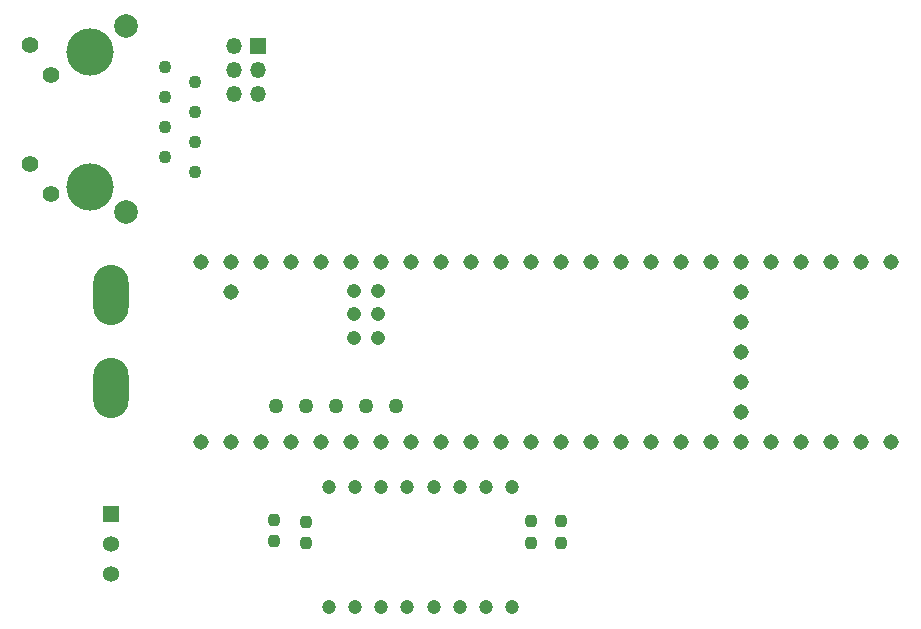
<source format=gbs>
G04 #@! TF.GenerationSoftware,KiCad,Pcbnew,(6.0.8)*
G04 #@! TF.CreationDate,2022-11-19T15:58:00-06:00*
G04 #@! TF.ProjectId,BlackBox_Rev1,426c6163-6b42-46f7-985f-526576312e6b,rev?*
G04 #@! TF.SameCoordinates,Original*
G04 #@! TF.FileFunction,Soldermask,Bot*
G04 #@! TF.FilePolarity,Negative*
%FSLAX46Y46*%
G04 Gerber Fmt 4.6, Leading zero omitted, Abs format (unit mm)*
G04 Created by KiCad (PCBNEW (6.0.8)) date 2022-11-19 15:58:00*
%MOMM*%
%LPD*%
G01*
G04 APERTURE LIST*
G04 Aperture macros list*
%AMRoundRect*
0 Rectangle with rounded corners*
0 $1 Rounding radius*
0 $2 $3 $4 $5 $6 $7 $8 $9 X,Y pos of 4 corners*
0 Add a 4 corners polygon primitive as box body*
4,1,4,$2,$3,$4,$5,$6,$7,$8,$9,$2,$3,0*
0 Add four circle primitives for the rounded corners*
1,1,$1+$1,$2,$3*
1,1,$1+$1,$4,$5*
1,1,$1+$1,$6,$7*
1,1,$1+$1,$8,$9*
0 Add four rect primitives between the rounded corners*
20,1,$1+$1,$2,$3,$4,$5,0*
20,1,$1+$1,$4,$5,$6,$7,0*
20,1,$1+$1,$6,$7,$8,$9,0*
20,1,$1+$1,$8,$9,$2,$3,0*%
G04 Aperture macros list end*
%ADD10O,3.000000X5.100000*%
%ADD11C,1.100000*%
%ADD12C,1.400000*%
%ADD13C,4.000000*%
%ADD14C,2.000000*%
%ADD15R,1.358000X1.358000*%
%ADD16C,1.358000*%
%ADD17C,1.200000*%
%ADD18C,1.308000*%
%ADD19C,1.258000*%
%ADD20C,1.208000*%
%ADD21R,1.350000X1.350000*%
%ADD22O,1.350000X1.350000*%
%ADD23RoundRect,0.237500X0.237500X-0.250000X0.237500X0.250000X-0.237500X0.250000X-0.237500X-0.250000X0*%
G04 APERTURE END LIST*
D10*
X71120000Y-76454000D03*
X71120000Y-84328000D03*
D11*
X75692000Y-57150000D03*
X78232000Y-58420000D03*
X75692000Y-59690000D03*
X78232000Y-60960000D03*
X75692000Y-62230000D03*
X78232000Y-63500000D03*
X75692000Y-64770000D03*
X78232000Y-66040000D03*
D12*
X64262000Y-55270000D03*
X66052000Y-57810000D03*
X64262000Y-65380000D03*
X66052000Y-67920000D03*
D13*
X69342000Y-55880000D03*
X69342000Y-67310000D03*
D14*
X72392000Y-53720000D03*
X72392000Y-69470000D03*
D15*
X71120000Y-94996000D03*
D16*
X71120000Y-97536000D03*
X71120000Y-100076000D03*
D17*
X89535000Y-102870000D03*
X91757500Y-102870000D03*
X93980000Y-102870000D03*
X96202500Y-102870000D03*
X98425000Y-102870000D03*
X100647500Y-102870000D03*
X102870000Y-102870000D03*
X105092500Y-102870000D03*
X105092500Y-92710000D03*
X102870000Y-92710000D03*
X100647500Y-92710000D03*
X98425000Y-92710000D03*
X96202500Y-92710000D03*
X93980000Y-92710000D03*
X91757500Y-92710000D03*
X89535000Y-92710000D03*
D18*
X81280000Y-88900000D03*
X83820000Y-88900000D03*
X86360000Y-88900000D03*
X88900000Y-88900000D03*
X114300000Y-88900000D03*
X83820000Y-73660000D03*
X124460000Y-83820000D03*
X91440000Y-88900000D03*
X93980000Y-88900000D03*
D19*
X85090000Y-85850000D03*
D18*
X96520000Y-88900000D03*
X99060000Y-88900000D03*
X101600000Y-88900000D03*
X104140000Y-88900000D03*
X106680000Y-88900000D03*
X109220000Y-88900000D03*
X111760000Y-88900000D03*
X111760000Y-73660000D03*
X109220000Y-73660000D03*
X106680000Y-73660000D03*
X104140000Y-73660000D03*
X101600000Y-73660000D03*
X99060000Y-73660000D03*
X96520000Y-73660000D03*
X93980000Y-73660000D03*
X91440000Y-73660000D03*
X88900000Y-73660000D03*
X86360000Y-73660000D03*
X116840000Y-88900000D03*
X119380000Y-88900000D03*
X121920000Y-88900000D03*
X124460000Y-88900000D03*
X127000000Y-88900000D03*
X129540000Y-88900000D03*
X132080000Y-88900000D03*
X134620000Y-88900000D03*
X137160000Y-88900000D03*
X137160000Y-73660000D03*
X134620000Y-73660000D03*
X132080000Y-73660000D03*
X129540000Y-73660000D03*
X127000000Y-73660000D03*
X124460000Y-73660000D03*
X121920000Y-73660000D03*
X119380000Y-73660000D03*
X116840000Y-73660000D03*
D19*
X90170000Y-85850000D03*
X87630000Y-85850000D03*
D18*
X78740000Y-88900000D03*
X114300000Y-73660000D03*
X81280000Y-73660000D03*
X124460000Y-81280000D03*
D20*
X93710000Y-78110000D03*
X91710000Y-78110000D03*
D18*
X124460000Y-76200000D03*
X124460000Y-78740000D03*
D20*
X91710000Y-76110000D03*
X93710000Y-76110000D03*
X93710000Y-80110000D03*
X91710000Y-80110000D03*
D19*
X92710000Y-85850000D03*
X95250000Y-85850000D03*
D18*
X124460000Y-86360000D03*
X78740000Y-73660000D03*
X81280000Y-76200000D03*
D21*
X83550000Y-55404000D03*
D22*
X81550000Y-55404000D03*
X83550000Y-57404000D03*
X81550000Y-57404000D03*
X83550000Y-59404000D03*
X81550000Y-59404000D03*
D23*
X84886800Y-97329000D03*
X84886800Y-95504000D03*
X109220000Y-97432500D03*
X109220000Y-95607500D03*
X106680000Y-97432500D03*
X106680000Y-95607500D03*
X87630000Y-97481400D03*
X87630000Y-95656400D03*
M02*

</source>
